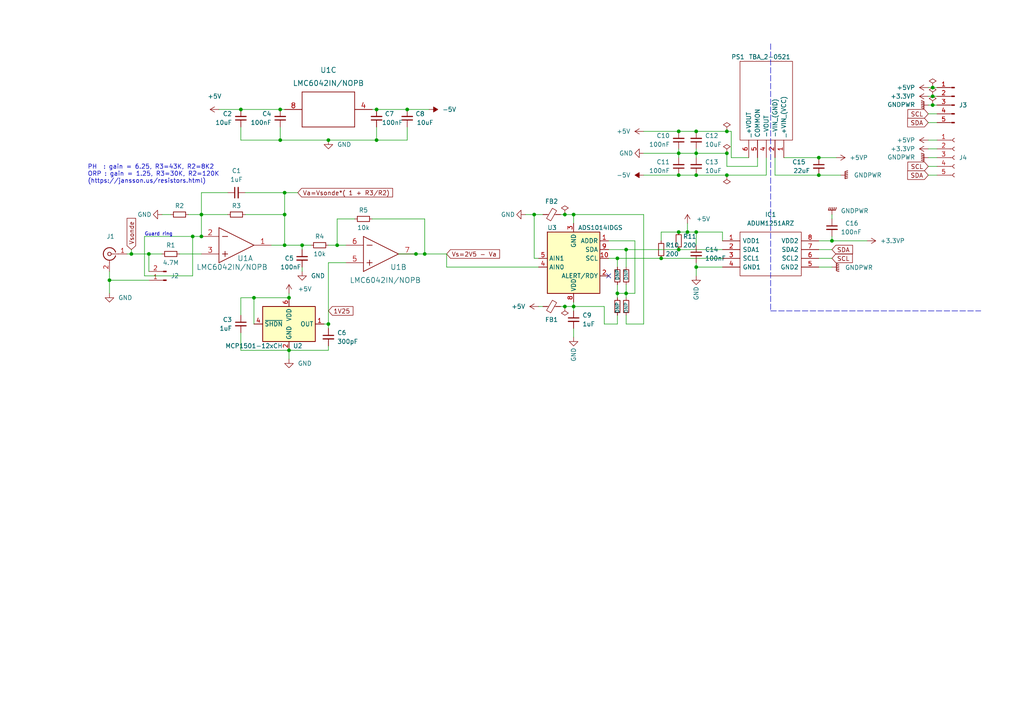
<source format=kicad_sch>
(kicad_sch (version 20211123) (generator eeschema)
  (paper "A4")
  (lib_symbols
    (symbol "Analog_ADC:ADS1014IDGS"
      (property "Reference" "U" (at 2.54 13.97 0))
      (property "Value" "ADS1014IDGS" (at 7.62 11.43 0))
      (symbol "ADS1014IDGS_0_1"
        (rectangle (start -7.62 10.16) (end 7.62 -7.62) (stroke (width 0.254)) (fill (type background)))
      )
      (symbol "ADS1014IDGS_1_1"
        (pin input line (at 10.16 -5.08 180) (length 2.54) (name "ADDR") (number "1"))
        (pin input line (at 10.16 0 180) (length 2.54) (name "SCL") (number "10"))
        (pin output line (at 10.16 5.08 180) (length 2.54) (name "ALERT/RDY") (number "2"))
        (pin power_in line (at 0 -10.16 90) (length 2.54) (name "GND") (number "3"))
        (pin input line (at -10.16 2.54 0) (length 2.54) (name "AIN0") (number "4"))
        (pin input line (at -10.16 0 0) (length 2.54) (name "AIN1") (number "5"))
        (pin no_connect line (at -7.62 7.62 0) (length 2.54) hide (name "~") (number "6"))
        (pin no_connect line (at -7.62 5.08 0) (length 2.54) hide (name "~") (number "7"))
        (pin power_in line (at 0 12.7 270) (length 2.54) (name "VDD") (number "8"))
        (pin bidirectional line (at 10.16 -2.54 180) (length 2.54) (name "SDA") (number "9"))
      )
    )
    (symbol "Connector:Conn_01x02_Male" (pin_names (offset 1.016) hide)
      (property "Reference" "J" (at 0 2.54 0))
      (property "Value" "Conn_01x02_Male" (at 0 -5.08 0))
      (symbol "Conn_01x02_Male_1_1"
        (polyline (pts (xy 1.27 -2.54) (xy 0.8636 -2.54)) (stroke (width 0.1524)))
        (polyline (pts (xy 1.27 0) (xy 0.8636 0)) (stroke (width 0.1524)))
        (rectangle (start 0.8636 -2.413) (end 0 -2.667) (stroke (width 0.1524)) (fill (type outline)))
        (rectangle (start 0.8636 0.127) (end 0 -0.127) (stroke (width 0.1524)) (fill (type outline)))
        (pin passive line (at 5.08 0 180) (length 3.81) (name "Pin_1") (number "1"))
        (pin passive line (at 5.08 -2.54 180) (length 3.81) (name "Pin_2") (number "2"))
      )
    )
    (symbol "Connector:Conn_01x05_Female" (pin_names (offset 1.016) hide)
      (property "Reference" "J" (at 0 7.62 0))
      (property "Value" "Conn_01x05_Female" (at 0 -7.62 0))
      (symbol "Conn_01x05_Female_1_1"
        (arc (start 0 -4.572) (mid -0.508 -5.08) (end 0 -5.588) (stroke (width 0.1524)))
        (arc (start 0 -2.032) (mid -0.508 -2.54) (end 0 -3.048) (stroke (width 0.1524)))
        (polyline (pts (xy -1.27 -5.08) (xy -0.508 -5.08)) (stroke (width 0.1524)))
        (polyline (pts (xy -1.27 -2.54) (xy -0.508 -2.54)) (stroke (width 0.1524)))
        (polyline (pts (xy -1.27 0) (xy -0.508 0)) (stroke (width 0.1524)))
        (polyline (pts (xy -1.27 2.54) (xy -0.508 2.54)) (stroke (width 0.1524)))
        (polyline (pts (xy -1.27 5.08) (xy -0.508 5.08)) (stroke (width 0.1524)))
        (arc (start 0 0.508) (mid -0.508 0) (end 0 -0.508) (stroke (width 0.1524)))
        (arc (start 0 3.048) (mid -0.508 2.54) (end 0 2.032) (stroke (width 0.1524)))
        (arc (start 0 5.588) (mid -0.508 5.08) (end 0 4.572) (stroke (width 0.1524)))
        (pin passive line (at -5.08 5.08 0) (length 3.81) (name "Pin_1") (number "1"))
        (pin passive line (at -5.08 2.54 0) (length 3.81) (name "Pin_2") (number "2"))
        (pin passive line (at -5.08 0 0) (length 3.81) (name "Pin_3") (number "3"))
        (pin passive line (at -5.08 -2.54 0) (length 3.81) (name "Pin_4") (number "4"))
        (pin passive line (at -5.08 -5.08 0) (length 3.81) (name "Pin_5") (number "5"))
      )
    )
    (symbol "Connector:Conn_01x05_Male" (pin_names (offset 1.016) hide)
      (property "Reference" "J" (at 0 7.62 0))
      (property "Value" "Conn_01x05_Male" (at 0 -7.62 0))
      (symbol "Conn_01x05_Male_1_1"
        (polyline (pts (xy 1.27 -5.08) (xy 0.8636 -5.08)) (stroke (width 0.1524)))
        (polyline (pts (xy 1.27 -2.54) (xy 0.8636 -2.54)) (stroke (width 0.1524)))
        (polyline (pts (xy 1.27 0) (xy 0.8636 0)) (stroke (width 0.1524)))
        (polyline (pts (xy 1.27 2.54) (xy 0.8636 2.54)) (stroke (width 0.1524)))
        (polyline (pts (xy 1.27 5.08) (xy 0.8636 5.08)) (stroke (width 0.1524)))
        (rectangle (start 0.8636 -4.953) (end 0 -5.207) (stroke (width 0.1524)) (fill (type outline)))
        (rectangle (start 0.8636 -2.413) (end 0 -2.667) (stroke (width 0.1524)) (fill (type outline)))
        (rectangle (start 0.8636 0.127) (end 0 -0.127) (stroke (width 0.1524)) (fill (type outline)))
        (rectangle (start 0.8636 2.667) (end 0 2.413) (stroke (width 0.1524)) (fill (type outline)))
        (rectangle (start 0.8636 5.207) (end 0 4.953) (stroke (width 0.1524)) (fill (type outline)))
        (pin passive line (at 5.08 5.08 180) (length 3.81) (name "Pin_1") (number "1"))
        (pin passive line (at 5.08 2.54 180) (length 3.81) (name "Pin_2") (number "2"))
        (pin passive line (at 5.08 0 180) (length 3.81) (name "Pin_3") (number "3"))
        (pin passive line (at 5.08 -2.54 180) (length 3.81) (name "Pin_4") (number "4"))
        (pin passive line (at 5.08 -5.08 180) (length 3.81) (name "Pin_5") (number "5"))
      )
    )
    (symbol "Connector:Conn_Coaxial" (pin_names (offset 1.016) hide)
      (property "Reference" "J" (at 0.254 3.048 0))
      (property "Value" "Conn_Coaxial" (at 2.921 0 90))
      (symbol "Conn_Coaxial_0_1"
        (arc (start -1.778 -0.508) (mid 0.222 -1.808) (end 1.778 0) (stroke (width 0.254)))
        (polyline (pts (xy -2.54 0) (xy -0.508 0)))
        (polyline (pts (xy 0 -2.54) (xy 0 -1.778)))
        (circle (center 0 0) (radius 0.508) (stroke (width 0.2032)))
        (arc (start 1.778 0) (mid 0.222 1.8083) (end -1.778 0.508) (stroke (width 0.254)))
      )
      (symbol "Conn_Coaxial_1_1"
        (pin passive line (at -5.08 0 0) (length 2.54) (name "In") (number "1"))
        (pin passive line (at 0 -5.08 90) (length 2.54) (name "Ext") (number "2"))
      )
    )
    (symbol "Device:C_Small" (pin_numbers hide) (pin_names (offset 0.254) hide)
      (property "Reference" "C" (at 0.254 1.778 0))
      (property "Value" "C_Small" (at 0.254 -2.032 0))
      (symbol "C_Small_0_1"
        (polyline (pts (xy -1.524 -0.508) (xy 1.524 -0.508)) (stroke (width 0.3302)))
        (polyline (pts (xy -1.524 0.508) (xy 1.524 0.508)) (stroke (width 0.3048)))
      )
      (symbol "C_Small_1_1"
        (pin passive line (at 0 2.54 270) (length 2.032) (name "~") (number "1"))
        (pin passive line (at 0 -2.54 90) (length 2.032) (name "~") (number "2"))
      )
    )
    (symbol "Device:FerriteBead_Small" (pin_numbers hide) (pin_names (offset 0))
      (property "Reference" "FB" (at 1.905 1.27 0))
      (property "Value" "FerriteBead_Small" (at 1.905 -1.27 0))
      (symbol "FerriteBead_Small_0_1"
        (polyline (pts (xy 0 -1.27) (xy 0 -0.7874)))
        (polyline (pts (xy 0 0.889) (xy 0 1.2954)))
        (polyline (pts (xy -1.8288 0.2794) (xy -1.1176 1.4986) (xy 1.8288 -0.2032) (xy 1.1176 -1.4224) (xy -1.8288 0.2794)))
      )
      (symbol "FerriteBead_Small_1_1"
        (pin passive line (at 0 2.54 270) (length 1.27) (name "~") (number "1"))
        (pin passive line (at 0 -2.54 90) (length 1.27) (name "~") (number "2"))
      )
    )
    (symbol "Device:R_Small" (pin_numbers hide) (pin_names (offset 0.254) hide)
      (property "Reference" "R" (at 0.762 0.508 0))
      (property "Value" "R_Small" (at 0.762 -1.016 0))
      (symbol "R_Small_0_1"
        (rectangle (start -0.762 1.778) (end 0.762 -1.778) (stroke (width 0.2032)))
      )
      (symbol "R_Small_1_1"
        (pin passive line (at 0 2.54 270) (length 0.762) (name "~") (number "1"))
        (pin passive line (at 0 -2.54 90) (length 0.762) (name "~") (number "2"))
      )
    )
    (symbol "LMC6042IN:LMC6042IN{slash}NOPB" (pin_names (offset -0.254) hide)
      (property "Reference" "U" (at 0 2.54 0))
      (property "Value" "LMC6042IN{slash}NOPB" (at 0 0 0))
      (symbol "LMC6042IN{slash}NOPB_1_1"
        (polyline (pts (xy -5.08 -5.08) (xy 5.08 0)) (stroke (width 0.2032)))
        (polyline (pts (xy -5.08 5.08) (xy -5.08 -5.08)) (stroke (width 0.2032)))
        (polyline (pts (xy -5.08 5.08) (xy 5.08 0)) (stroke (width 0.2032)))
        (polyline (pts (xy -4.064 -2.54) (xy -2.54 -2.54)) (stroke (width 0.2032)))
        (polyline (pts (xy -4.064 2.54) (xy -2.54 2.54)) (stroke (width 0.2032)))
        (polyline (pts (xy -3.302 -1.778) (xy -3.302 -3.302)) (stroke (width 0.2032)))
        (pin output line (at 10.16 0 180) (length 5.08) (name "OUT") (number "1"))
        (pin input line (at -10.16 2.54 0) (length 5.08) (name "IN-") (number "2"))
        (pin input line (at -10.16 -2.54 0) (length 5.08) (name "IN+") (number "3"))
      )
      (symbol "LMC6042IN{slash}NOPB_2_1"
        (polyline (pts (xy -5.08 -5.08) (xy 5.08 0)) (stroke (width 0.2032)))
        (polyline (pts (xy -5.08 5.08) (xy -5.08 -5.08)) (stroke (width 0.2032)))
        (polyline (pts (xy -5.08 5.08) (xy 5.08 0)) (stroke (width 0.2032)))
        (polyline (pts (xy -4.064 -2.54) (xy -2.54 -2.54)) (stroke (width 0.2032)))
        (polyline (pts (xy -4.064 2.54) (xy -2.54 2.54)) (stroke (width 0.2032)))
        (polyline (pts (xy -3.302 -1.778) (xy -3.302 -3.302)) (stroke (width 0.2032)))
        (pin input line (at -10.16 -2.54 0) (length 5.08) (name "IN+") (number "5"))
        (pin input line (at -10.16 2.54 0) (length 5.08) (name "IN-") (number "6"))
        (pin output line (at 10.16 0 180) (length 5.08) (name "OUT") (number "7"))
      )
      (symbol "LMC6042IN{slash}NOPB_3_1"
        (polyline (pts (xy -7.62 -5.08) (xy 7.62 -5.08)) (stroke (width 0.2032)))
        (polyline (pts (xy -7.62 5.08) (xy -7.62 -5.08)) (stroke (width 0.2032)))
        (polyline (pts (xy 7.62 -5.08) (xy 7.62 5.08)) (stroke (width 0.2032)))
        (polyline (pts (xy 7.62 5.08) (xy -7.62 5.08)) (stroke (width 0.2032)))
        (pin power_in line (at 12.7 0 180) (length 5.08) (name "V-") (number "4"))
        (pin power_in line (at -12.7 0 0) (length 5.08) (name "V+") (number "8"))
      )
    )
    (symbol "Reference_Voltage:MCP1501-12xCH"
      (property "Reference" "U" (at -6.35 6.35 0))
      (property "Value" "MCP1501-12xCH" (at 10.16 6.35 0))
      (symbol "MCP1501-12xCH_0_0"
        (pin power_out line (at 10.16 0 180) (length 2.54) (name "OUT") (number "1"))
        (pin power_in line (at 0 -7.62 90) (length 2.54) (name "GND") (number "2"))
        (pin passive line (at 0 -7.62 90) (length 2.54) hide (name "GND") (number "3"))
        (pin input line (at -10.16 0 0) (length 2.54) (name "~{SHDN}") (number "4"))
        (pin passive line (at 0 -7.62 90) (length 2.54) hide (name "GND") (number "5"))
        (pin power_in line (at 0 7.62 270) (length 2.54) (name "VDD") (number "6"))
      )
      (symbol "MCP1501-12xCH_0_1"
        (rectangle (start -7.62 5.08) (end 7.62 -5.08) (stroke (width 0.254)) (fill (type background)))
      )
    )
    (symbol "SamacSys_Parts:ADUM1251ARZ" (pin_names (offset 0.762))
      (property "Reference" "IC" (at 24.13 7.62 0))
      (property "Value" "ADUM1251ARZ" (at 24.13 5.08 0))
      (symbol "ADUM1251ARZ_0_0"
        (pin passive line (at 0 0 0) (length 5.08) (name "VDD1") (number "1"))
        (pin passive line (at 0 -2.54 0) (length 5.08) (name "SDA1") (number "2"))
        (pin passive line (at 0 -5.08 0) (length 5.08) (name "SCL1") (number "3"))
        (pin passive line (at 0 -7.62 0) (length 5.08) (name "GND1") (number "4"))
        (pin passive line (at 27.94 -7.62 180) (length 5.08) (name "GND2") (number "5"))
        (pin passive line (at 27.94 -5.08 180) (length 5.08) (name "SCL2") (number "6"))
        (pin passive line (at 27.94 -2.54 180) (length 5.08) (name "SDA2") (number "7"))
        (pin passive line (at 27.94 0 180) (length 5.08) (name "VDD2") (number "8"))
      )
      (symbol "ADUM1251ARZ_0_1"
        (polyline (pts (xy 5.08 2.54) (xy 22.86 2.54) (xy 22.86 -10.16) (xy 5.08 -10.16) (xy 5.08 2.54)) (stroke (width 0.1524)))
      )
    )
    (symbol "SamacSys_Parts:TBA_2-0521" (pin_names (offset 0.762))
      (property "Reference" "PS" (at 29.21 7.62 0))
      (property "Value" "TBA_2-0521" (at 29.21 5.08 0))
      (symbol "TBA_2-0521_0_0"
        (pin passive line (at 0 0 0) (length 5.08) (name "_+VIN_(VCC)") (number "1"))
        (pin passive line (at 0 -2.54 0) (length 5.08) (name "-VIN_(GND)") (number "2"))
        (pin passive line (at 0 -5.08 0) (length 5.08) (name "-VOUT") (number "4"))
        (pin passive line (at 0 -7.62 0) (length 5.08) (name "COMMON") (number "5"))
        (pin passive line (at 0 -10.16 0) (length 5.08) (name "_+VOUT") (number "6"))
      )
      (symbol "TBA_2-0521_0_1"
        (polyline (pts (xy 5.08 2.54) (xy 27.94 2.54) (xy 27.94 -12.7) (xy 5.08 -12.7) (xy 5.08 2.54)) (stroke (width 0.1524)))
      )
    )
    (symbol "power:+3.3VP" (power) (pin_names (offset 0))
      (property "Value" "+3.3VP" (at 0 2.54 0))
      (symbol "+3.3VP_0_0"
        (pin power_in line (at 0 0 90) (length 0) hide (name "+3.3VP") (number "1"))
      )
      (symbol "+3.3VP_0_1"
        (polyline (pts (xy -0.762 1.27) (xy 0 2.54)))
        (polyline (pts (xy 0 0) (xy 0 2.54)))
        (polyline (pts (xy 0 2.54) (xy 0.762 1.27)))
      )
    )
    (symbol "power:+5V" (power) (pin_names (offset 0))
      (property "Value" "+5V" (at 0 3.556 0))
      (symbol "+5V_0_1"
        (polyline (pts (xy -0.762 1.27) (xy 0 2.54)))
        (polyline (pts (xy 0 0) (xy 0 2.54)))
        (polyline (pts (xy 0 2.54) (xy 0.762 1.27)))
      )
      (symbol "+5V_1_1"
        (pin power_in line (at 0 0 90) (length 0) hide (name "+5V") (number "1"))
      )
    )
    (symbol "power:+5VP" (power) (pin_names (offset 0))
      (property "Value" "+5VP" (at 0 3.556 0))
      (symbol "+5VP_0_1"
        (polyline (pts (xy -0.762 1.27) (xy 0 2.54)))
        (polyline (pts (xy 0 0) (xy 0 2.54)))
        (polyline (pts (xy 0 2.54) (xy 0.762 1.27)))
      )
      (symbol "+5VP_1_1"
        (pin power_in line (at 0 0 90) (length 0) hide (name "+5VP") (number "1"))
      )
    )
    (symbol "power:-5V" (power) (pin_names (offset 0))
      (property "Value" "-5V" (at 0 3.81 0))
      (symbol "-5V_0_0"
        (pin power_in line (at 0 0 90) (length 0) hide (name "-5V") (number "1"))
      )
      (symbol "-5V_0_1"
        (polyline (pts (xy 0 0) (xy 0 1.27) (xy 0.762 1.27) (xy 0 2.54) (xy -0.762 1.27) (xy 0 1.27)) (fill (type outline)))
      )
    )
    (symbol "power:GND" (power) (pin_names (offset 0))
      (property "Value" "GND" (at 0 -3.81 0))
      (symbol "GND_0_1"
        (polyline (pts (xy 0 0) (xy 0 -1.27) (xy 1.27 -1.27) (xy 0 -2.54) (xy -1.27 -1.27) (xy 0 -1.27)))
      )
      (symbol "GND_1_1"
        (pin power_in line (at 0 0 270) (length 0) hide (name "GND") (number "1"))
      )
    )
    (symbol "power:GNDPWR" (power) (pin_names (offset 0))
      (property "Value" "GNDPWR" (at 0 -3.302 0))
      (symbol "GNDPWR_0_1"
        (polyline (pts (xy 0 -1.27) (xy 0 0)))
        (polyline (pts (xy -1.016 -1.27) (xy -1.27 -2.032) (xy -1.27 -2.032)) (stroke (width 0.2032)))
        (polyline (pts (xy -0.508 -1.27) (xy -0.762 -2.032) (xy -0.762 -2.032)) (stroke (width 0.2032)))
        (polyline (pts (xy 0 -1.27) (xy -0.254 -2.032) (xy -0.254 -2.032)) (stroke (width 0.2032)))
        (polyline (pts (xy 0.508 -1.27) (xy 0.254 -2.032) (xy 0.254 -2.032)) (stroke (width 0.2032)))
        (polyline (pts (xy 1.016 -1.27) (xy -1.016 -1.27) (xy -1.016 -1.27)) (stroke (width 0.2032)))
        (polyline (pts (xy 1.016 -1.27) (xy 0.762 -2.032) (xy 0.762 -2.032) (xy 0.762 -2.032)) (stroke (width 0.2032)))
      )
      (symbol "GNDPWR_1_1"
        (pin power_in line (at 0 0 270) (length 0) hide (name "GNDPWR") (number "1"))
      )
    )
    (symbol "power:PWR_FLAG" (power) (pin_numbers hide) (pin_names (offset 0) hide)
      (property "Value" "PWR_FLAG" (at 0 3.81 0))
      (symbol "PWR_FLAG_0_0"
        (pin power_out line (at 0 0 90) (length 0) (name "pwr") (number "1"))
      )
      (symbol "PWR_FLAG_0_1"
        (polyline (pts (xy 0 0) (xy 0 1.27) (xy -1.016 1.905) (xy 0 2.54) (xy 1.016 1.905) (xy 0 1.27)))
      )
    )
  )
  (junction (at 210.82 44.45))
  (junction (at 154.94 62.23))
  (junction (at 241.3 69.85))
  (junction (at 196.85 50.8))
  (junction (at 82.55 62.23))
  (junction (at 201.93 50.8))
  (junction (at 31.75 81.28))
  (junction (at 82.55 55.88))
  (junction (at 123.19 73.66))
  (junction (at 179.07 85.09))
  (junction (at 201.93 44.45))
  (junction (at 95.25 40.64))
  (junction (at 73.66 86.36))
  (junction (at 179.07 74.93))
  (junction (at 201.93 77.47))
  (junction (at 166.37 88.9))
  (junction (at 201.93 67.31))
  (junction (at 43.18 73.66))
  (junction (at 201.93 38.1))
  (junction (at 191.77 74.93))
  (junction (at 109.22 40.64))
  (junction (at 69.85 31.75))
  (junction (at 109.22 31.75))
  (junction (at 163.83 62.23))
  (junction (at 196.85 72.39))
  (junction (at 270.51 30.48))
  (junction (at 97.79 71.12))
  (junction (at 82.55 71.12))
  (junction (at 83.82 86.36))
  (junction (at 210.82 50.8))
  (junction (at 38.1 73.66))
  (junction (at 83.82 101.6))
  (junction (at 87.63 71.12))
  (junction (at 181.61 85.09))
  (junction (at 58.42 62.23))
  (junction (at 163.83 88.9))
  (junction (at 196.85 44.45))
  (junction (at 55.88 68.58))
  (junction (at 196.85 38.1))
  (junction (at 166.37 62.23))
  (junction (at 210.82 38.1))
  (junction (at 196.85 67.31))
  (junction (at 199.39 67.31))
  (junction (at 118.11 31.75))
  (junction (at 181.61 72.39))
  (junction (at 81.28 40.64))
  (junction (at 95.25 93.98))
  (junction (at 81.28 31.75))
  (junction (at 58.42 68.58))
  (junction (at 237.49 45.72))
  (junction (at 120.65 73.66))
  (junction (at 270.51 25.4))
  (junction (at 270.51 27.94))
  (junction (at 237.49 50.8))
  (no_connect (at 176.53 80.01))
  (wire (pts (xy 38.1 72.39) (xy 38.1 73.66)))
  (wire (pts (xy 270.51 27.94) (xy 271.78 27.94)))
  (wire (pts (xy 196.85 44.45) (xy 196.85 43.18)))
  (wire (pts (xy 38.1 73.66) (xy 43.18 73.66)))
  (wire (pts (xy 269.24 33.02) (xy 271.78 33.02)))
  (wire (pts (xy 41.91 80.01) (xy 55.88 80.01)))
  (wire (pts (xy 269.24 43.18) (xy 271.78 43.18)))
  (wire (pts (xy 156.21 74.93) (xy 154.94 74.93)))
  (wire (pts (xy 107.95 31.75) (xy 109.22 31.75)))
  (wire (pts (xy 212.09 45.72) (xy 217.17 45.72)))
  (wire (pts (xy 176.53 74.93) (xy 179.07 74.93)))
  (wire (pts (xy 237.49 72.39) (xy 241.3 72.39)))
  (wire (pts (xy 241.3 69.85) (xy 251.46 69.85)))
  (wire (pts (xy 181.61 85.09) (xy 181.61 86.36)))
  (wire (pts (xy 102.87 63.5) (xy 97.79 63.5)))
  (wire (pts (xy 58.42 62.23) (xy 66.04 62.23)))
  (wire (pts (xy 73.66 86.36) (xy 73.66 93.98)))
  (wire (pts (xy 199.39 64.77) (xy 199.39 67.31)))
  (wire (pts (xy 269.24 40.64) (xy 271.78 40.64)))
  (wire (pts (xy 227.33 45.72) (xy 237.49 45.72)))
  (wire (pts (xy 199.39 67.31) (xy 201.93 67.31)))
  (wire (pts (xy 58.42 68.58) (xy 55.88 68.58)))
  (wire (pts (xy 179.07 85.09) (xy 181.61 85.09)))
  (wire (pts (xy 154.94 62.23) (xy 157.48 62.23)))
  (wire (pts (xy 210.82 50.8) (xy 222.25 50.8)))
  (wire (pts (xy 81.28 31.75) (xy 82.55 31.75)))
  (wire (pts (xy 69.85 31.75) (xy 81.28 31.75)))
  (wire (pts (xy 66.04 55.88) (xy 58.42 55.88)))
  (wire (pts (xy 181.61 72.39) (xy 196.85 72.39)))
  (wire (pts (xy 95.25 71.12) (xy 97.79 71.12)))
  (wire (pts (xy 181.61 72.39) (xy 181.61 77.47)))
  (wire (pts (xy 31.75 81.28) (xy 43.18 81.28)))
  (wire (pts (xy 109.22 40.64) (xy 95.25 40.64)))
  (wire (pts (xy 95.25 100.33) (xy 95.25 101.6)))
  (wire (pts (xy 179.07 74.93) (xy 179.07 77.47)))
  (wire (pts (xy 55.88 68.58) (xy 41.91 68.58)))
  (wire (pts (xy 179.07 93.98) (xy 175.26 93.98)))
  (wire (pts (xy 82.55 71.12) (xy 87.63 71.12)))
  (wire (pts (xy 201.93 38.1) (xy 210.82 38.1)))
  (wire (pts (xy 83.82 85.09) (xy 83.82 86.36)))
  (wire (pts (xy 186.69 93.98) (xy 186.69 62.23)))
  (wire (pts (xy 196.85 44.45) (xy 196.85 45.72)))
  (wire (pts (xy 237.49 50.8) (xy 243.84 50.8)))
  (wire (pts (xy 43.18 73.66) (xy 46.99 73.66)))
  (wire (pts (xy 154.94 62.23) (xy 154.94 74.93)))
  (wire (pts (xy 269.24 30.48) (xy 270.51 30.48)))
  (wire (pts (xy 184.15 85.09) (xy 184.15 69.85)))
  (wire (pts (xy 63.5 31.75) (xy 69.85 31.75)))
  (wire (pts (xy 43.18 73.66) (xy 43.18 78.74)))
  (wire (pts (xy 201.93 80.01) (xy 201.93 77.47)))
  (wire (pts (xy 55.88 68.58) (xy 55.88 80.01)))
  (wire (pts (xy 201.93 77.47) (xy 209.55 77.47)))
  (wire (pts (xy 83.82 101.6) (xy 95.25 101.6)))
  (wire (pts (xy 166.37 62.23) (xy 166.37 64.77)))
  (wire (pts (xy 97.79 63.5) (xy 97.79 71.12)))
  (wire (pts (xy 201.93 67.31) (xy 209.55 67.31)))
  (wire (pts (xy 87.63 77.47) (xy 87.63 78.74)))
  (wire (pts (xy 156.21 88.9) (xy 157.48 88.9)))
  (wire (pts (xy 123.19 63.5) (xy 107.95 63.5)))
  (wire (pts (xy 175.26 93.98) (xy 175.26 88.9)))
  (wire (pts (xy 201.93 76.2) (xy 201.93 77.47)))
  (wire (pts (xy 82.55 62.23) (xy 82.55 71.12)))
  (wire (pts (xy 269.24 50.8) (xy 271.78 50.8)))
  (wire (pts (xy 166.37 88.9) (xy 166.37 90.17)))
  (wire (pts (xy 83.82 101.6) (xy 83.82 104.14)))
  (wire (pts (xy 162.56 62.23) (xy 163.83 62.23)))
  (wire (pts (xy 176.53 72.39) (xy 181.61 72.39)))
  (wire (pts (xy 69.85 86.36) (xy 73.66 86.36)))
  (wire (pts (xy 69.85 91.44) (xy 69.85 86.36)))
  (wire (pts (xy 237.49 69.85) (xy 241.3 69.85)))
  (wire (pts (xy 31.75 81.28) (xy 31.75 85.09)))
  (wire (pts (xy 71.12 62.23) (xy 82.55 62.23)))
  (wire (pts (xy 270.51 25.4) (xy 271.78 25.4)))
  (wire (pts (xy 69.85 36.83) (xy 69.85 40.64)))
  (wire (pts (xy 196.85 72.39) (xy 209.55 72.39)))
  (wire (pts (xy 196.85 67.31) (xy 199.39 67.31)))
  (wire (pts (xy 237.49 50.8) (xy 224.79 50.8)))
  (wire (pts (xy 129.54 73.66) (xy 123.19 73.66)))
  (wire (pts (xy 201.93 67.31) (xy 201.93 71.12)))
  (wire (pts (xy 152.4 62.23) (xy 154.94 62.23)))
  (wire (pts (xy 166.37 95.25) (xy 166.37 97.79)))
  (wire (pts (xy 209.55 67.31) (xy 209.55 69.85)))
  (wire (pts (xy 201.93 43.18) (xy 201.93 44.45)))
  (wire (pts (xy 58.42 68.58) (xy 58.42 62.23)))
  (wire (pts (xy 186.69 62.23) (xy 166.37 62.23)))
  (wire (pts (xy 58.42 55.88) (xy 58.42 62.23)))
  (wire (pts (xy 31.75 78.74) (xy 31.75 81.28)))
  (wire (pts (xy 82.55 55.88) (xy 82.55 62.23)))
  (wire (pts (xy 58.42 62.23) (xy 54.61 62.23)))
  (wire (pts (xy 163.83 88.9) (xy 166.37 88.9)))
  (polyline (pts (xy 223.52 90.17) (xy 284.48 90.17)))
  (wire (pts (xy 162.56 88.9) (xy 163.83 88.9)))
  (wire (pts (xy 181.61 93.98) (xy 186.69 93.98)))
  (wire (pts (xy 123.19 73.66) (xy 123.19 63.5)))
  (wire (pts (xy 224.79 50.8) (xy 224.79 45.72)))
  (wire (pts (xy 181.61 85.09) (xy 184.15 85.09)))
  (wire (pts (xy 71.12 55.88) (xy 82.55 55.88)))
  (wire (pts (xy 97.79 71.12) (xy 100.33 71.12)))
  (wire (pts (xy 120.65 73.66) (xy 123.19 73.66)))
  (wire (pts (xy 241.3 68.58) (xy 241.3 69.85)))
  (wire (pts (xy 118.11 36.83) (xy 118.11 40.64)))
  (wire (pts (xy 69.85 40.64) (xy 81.28 40.64)))
  (wire (pts (xy 129.54 77.47) (xy 156.21 77.47)))
  (wire (pts (xy 81.28 40.64) (xy 81.28 36.83)))
  (wire (pts (xy 82.55 55.88) (xy 86.36 55.88)))
  (wire (pts (xy 87.63 72.39) (xy 87.63 71.12)))
  (wire (pts (xy 201.93 44.45) (xy 196.85 44.45)))
  (wire (pts (xy 186.69 50.8) (xy 196.85 50.8)))
  (wire (pts (xy 201.93 50.8) (xy 210.82 50.8)))
  (wire (pts (xy 201.93 44.45) (xy 201.93 45.72)))
  (wire (pts (xy 129.54 77.47) (xy 129.54 73.66)))
  (wire (pts (xy 120.65 73.66) (xy 115.57 73.66)))
  (wire (pts (xy 181.61 85.09) (xy 181.61 82.55)))
  (wire (pts (xy 118.11 31.75) (xy 124.46 31.75)))
  (wire (pts (xy 269.24 27.94) (xy 270.51 27.94)))
  (wire (pts (xy 69.85 101.6) (xy 83.82 101.6)))
  (wire (pts (xy 175.26 88.9) (xy 166.37 88.9)))
  (wire (pts (xy 184.15 69.85) (xy 176.53 69.85)))
  (wire (pts (xy 222.25 50.8) (xy 222.25 45.72)))
  (wire (pts (xy 270.51 30.48) (xy 271.78 30.48)))
  (wire (pts (xy 269.24 35.56) (xy 271.78 35.56)))
  (wire (pts (xy 181.61 91.44) (xy 181.61 93.98)))
  (wire (pts (xy 237.49 77.47) (xy 241.3 77.47)))
  (polyline (pts (xy 223.52 12.7) (xy 223.52 90.17)))
  (wire (pts (xy 118.11 40.64) (xy 109.22 40.64)))
  (wire (pts (xy 82.55 71.12) (xy 78.74 71.12)))
  (wire (pts (xy 179.07 74.93) (xy 191.77 74.93)))
  (wire (pts (xy 237.49 45.72) (xy 242.57 45.72)))
  (wire (pts (xy 52.07 73.66) (xy 58.42 73.66)))
  (wire (pts (xy 210.82 48.26) (xy 210.82 44.45)))
  (wire (pts (xy 87.63 71.12) (xy 90.17 71.12)))
  (wire (pts (xy 212.09 38.1) (xy 212.09 45.72)))
  (wire (pts (xy 73.66 86.36) (xy 83.82 86.36)))
  (wire (pts (xy 95.25 76.2) (xy 100.33 76.2)))
  (wire (pts (xy 41.91 68.58) (xy 41.91 80.01)))
  (wire (pts (xy 186.69 38.1) (xy 196.85 38.1)))
  (wire (pts (xy 109.22 31.75) (xy 118.11 31.75)))
  (wire (pts (xy 196.85 50.8) (xy 201.93 50.8)))
  (wire (pts (xy 219.71 48.26) (xy 210.82 48.26)))
  (wire (pts (xy 196.85 38.1) (xy 201.93 38.1)))
  (wire (pts (xy 219.71 45.72) (xy 219.71 48.26)))
  (wire (pts (xy 95.25 40.64) (xy 81.28 40.64)))
  (wire (pts (xy 109.22 36.83) (xy 109.22 40.64)))
  (wire (pts (xy 191.77 74.93) (xy 209.55 74.93)))
  (wire (pts (xy 163.83 62.23) (xy 166.37 62.23)))
  (wire (pts (xy 237.49 74.93) (xy 241.3 74.93)))
  (wire (pts (xy 269.24 48.26) (xy 271.78 48.26)))
  (wire (pts (xy 269.24 45.72) (xy 271.78 45.72)))
  (wire (pts (xy 95.25 93.98) (xy 95.25 76.2)))
  (wire (pts (xy 191.77 69.85) (xy 191.77 67.31)))
  (wire (pts (xy 186.69 44.45) (xy 196.85 44.45)))
  (wire (pts (xy 166.37 87.63) (xy 166.37 88.9)))
  (wire (pts (xy 179.07 86.36) (xy 179.07 85.09)))
  (wire (pts (xy 95.25 95.25) (xy 95.25 93.98)))
  (wire (pts (xy 46.99 62.23) (xy 49.53 62.23)))
  (wire (pts (xy 179.07 91.44) (xy 179.07 93.98)))
  (wire (pts (xy 210.82 38.1) (xy 212.09 38.1)))
  (wire (pts (xy 93.98 93.98) (xy 95.25 93.98)))
  (wire (pts (xy 201.93 44.45) (xy 210.82 44.45)))
  (wire (pts (xy 269.24 25.4) (xy 270.51 25.4)))
  (wire (pts (xy 241.3 62.23) (xy 241.3 63.5)))
  (wire (pts (xy 69.85 96.52) (xy 69.85 101.6)))
  (wire (pts (xy 191.77 67.31) (xy 196.85 67.31)))
  (wire (pts (xy 179.07 82.55) (xy 179.07 85.09)))
  (wire (pts (xy 36.83 73.66) (xy 38.1 73.66)))
  (text "PH  : gain = 6.25, R3=43K, R2=8K2\nORP : gain = 1.25, R3=30K, R2=120K\n(https://jansson.us/resistors.html)" (at 25.4 53.34 0) (effects (font (size 1.27 1.27)) (justify left bottom)))
  (text "Guard ring" (at 41.91 68.58 0) (effects (font (size 1 1)) (justify left bottom)))
  (global_label "1V25" (shape input) (at 95.25 90.17 0) (property "Intersheet References" "${INTERSHEET_REFS}" (effects hide)))
  (global_label "SDA" (shape input) (at 269.24 35.56 180) (property "Intersheet References" "${INTERSHEET_REFS}" (effects hide)))
  (global_label "Vs=2V5 - Va" (shape input) (at 129.54 73.66 0) (property "Intersheet References" "${INTERSHEET_REFS}" (effects hide)))
  (global_label "SDA" (shape input) (at 269.24 50.8 180) (property "Intersheet References" "${INTERSHEET_REFS}" (effects hide)))
  (global_label "Va=Vsonde*( 1 + R3{slash}R2)" (shape input) (at 86.36 55.88 0) (property "Intersheet References" "${INTERSHEET_REFS}" (effects hide)))
  (global_label "SCL" (shape input) (at 269.24 48.26 180) (property "Intersheet References" "${INTERSHEET_REFS}" (effects hide)))
  (global_label "SCL" (shape input) (at 269.24 33.02 180) (property "Intersheet References" "${INTERSHEET_REFS}" (effects hide)))
  (global_label "SCL" (shape input) (at 241.3 74.93 0) (property "Intersheet References" "${INTERSHEET_REFS}" (effects hide)))
  (global_label "SDA" (shape input) (at 241.3 72.39 0) (property "Intersheet References" "${INTERSHEET_REFS}" (effects hide)))
  (global_label "Vsonde" (shape input) (at 38.1 72.39 90) (property "Intersheet References" "${INTERSHEET_REFS}" (effects hide)))
  (symbol (lib_id "Device:R_Small") (at 105.41 63.5 90) (unit 1)
    (property "Reference" "R5" (at 105.41 60.96 90))
    (property "Value" "10k" (at 105.41 66.04 90))
  )
  (symbol (lib_id "Analog_ADC:ADS1014IDGS") (at 166.37 74.93 0) (mirror x) (unit 1)
    (property "Reference" "U3" (at 158.75 66.04 0) (effects (justify left)))
    (property "Value" "ADS1014IDGS" (at 167.64 66.04 0) (effects (justify left)))
    (property "Footprint" "Package_SO:TSSOP-10_3x3mm_P0.5mm" (effects hide))
    (property "Datasheet" "http://www.ti.com/lit/ds/symlink/ads1015.pdf" (effects hide))
  )
  (symbol (lib_id "power:GNDPWR") (at 269.24 30.48 270) (unit 1)
    (property "Reference" "#PWR024" (effects hide))
    (property "Value" "GNDPWR" (at 265.43 30.3529 90) (effects (justify right)))
  )
  (symbol (lib_id "Device:C_Small") (at 69.85 93.98 0) (unit 1)
    (property "Reference" "C3" (at 67.31 92.7162 0) (effects (justify right)))
    (property "Value" "1uF" (at 67.31 95.2562 0) (effects (justify right)))
  )
  (symbol (lib_id "power:GNDPWR") (at 269.24 45.72 270) (unit 1)
    (property "Reference" "#PWR027" (effects hide))
    (property "Value" "GNDPWR" (at 265.43 45.5929 90) (effects (justify right)))
  )
  (symbol (lib_id "power:-5V") (at 124.46 31.75 270) (unit 1)
    (property "Reference" "#PWR08" (effects hide))
    (property "Value" "-5V" (at 128.27 31.7499 90) (effects (justify left)))
  )
  (symbol (lib_id "Device:C_Small") (at 196.85 40.64 0) (mirror x) (unit 1)
    (property "Reference" "C10" (at 194.31 39.3635 0) (effects (justify right)))
    (property "Value" "100nF" (at 194.31 41.9035 0) (effects (justify right)))
  )
  (symbol (lib_id "Device:C_Small") (at 196.85 48.26 0) (mirror x) (unit 1)
    (property "Reference" "C11" (at 194.31 46.9835 0) (effects (justify right)))
    (property "Value" "100nF" (at 194.31 49.5235 0) (effects (justify right)))
  )
  (symbol (lib_id "Device:R_Small") (at 196.85 69.85 0) (unit 1)
    (property "Reference" "R11" (at 198.12 68.58 0) (effects (justify left)))
    (property "Value" "200" (at 198.12 71.12 0) (effects (justify left)))
  )
  (symbol (lib_id "Device:R_Small") (at 181.61 88.9 180) (unit 1)
    (property "Reference" "R9" (effects hide))
    (property "Value" "DNP" (at 181.61 87.63 90) (effects (font (size 1 1)) (justify left)))
  )
  (symbol (lib_id "power:PWR_FLAG") (at 163.83 62.23 0) (unit 1)
    (property "Reference" "#FLG0105" (effects hide))
    (property "Value" "PWR_FLAG" (effects hide))
  )
  (symbol (lib_id "Device:R_Small") (at 179.07 80.01 0) (unit 1)
    (property "Reference" "R6" (effects hide))
    (property "Value" "DNP" (at 179.07 81.28 90) (effects (font (size 1 1)) (justify left)))
  )
  (symbol (lib_id "Device:C_Small") (at 87.63 74.93 0) (unit 1)
    (property "Reference" "C5" (at 82.55 74.93 0) (effects (justify left)))
    (property "Value" "100nF" (at 81.28 77.47 0) (effects (justify left)))
  )
  (symbol (lib_id "Device:C_Small") (at 241.3 66.04 0) (unit 1)
    (property "Reference" "C16" (at 245.11 64.77 0) (effects (justify left)))
    (property "Value" "100nF" (at 243.84 67.31 0) (effects (justify left)))
  )
  (symbol (lib_id "power:GND") (at 186.69 44.45 270) (unit 1)
    (property "Reference" "#PWR013" (effects hide))
    (property "Value" "GND" (at 181.61 44.45 90))
  )
  (symbol (lib_id "Device:C_Small") (at 118.11 34.29 0) (mirror x) (unit 1)
    (property "Reference" "C8" (at 123.19 33.02 0) (effects (justify right)))
    (property "Value" "10uF" (at 125.73 35.56 0) (effects (justify right)))
  )
  (symbol (lib_id "power:GND") (at 166.37 97.79 0) (unit 1)
    (property "Reference" "#PWR011" (effects hide))
    (property "Value" "GND" (at 166.37 102.87 90))
  )
  (symbol (lib_id "power:GNDPWR") (at 241.3 77.47 90) (unit 1)
    (property "Reference" "#PWR018" (effects hide))
    (property "Value" "GNDPWR" (at 245.11 77.5969 90) (effects (justify right)))
  )
  (symbol (lib_id "Connector:Conn_01x05_Female") (at 276.86 45.72 0) (unit 1)
    (property "Reference" "J4" (at 278.13 45.7199 0) (effects (justify left)))
    (property "Value" "Conn_01x05_Female" (effects hide))
  )
  (symbol (lib_id "SamacSys_Parts:TBA_2-0521") (at 227.33 45.72 270) (mirror x) (unit 1)
    (property "Reference" "PS1" (at 212.09 16.51 90) (effects (justify left)))
    (property "Value" "TBA_2-0521" (at 217.17 16.51 90) (effects (justify left)))
    (property "Footprint" "TBA20521" (effects hide))
    (property "Datasheet" "https://tracopower.com/tba2-datasheet/" (effects hide))
    (property "Description" "2 Watt DC/DC converter, industrial, +/-10% input, short circuit protection, unregulated, encapsulated, SIP-7" (effects hide))
    (property "Height" "10.55" (effects hide))
    (property "Mouser Part Number" "495-TBA2-0521" (effects hide))
    (property "Mouser Price/Stock" "https://www.mouser.co.uk/ProductDetail/TRACO-Power/TBA-2-0521?qs=byeeYqUIh0Njv7FqgI6Czg%3D%3D" (effects hide))
    (property "Manufacturer_Name" "Traco Power" (effects hide))
    (property "Manufacturer_Part_Number" "TBA 2-0521" (effects hide))
  )
  (symbol (lib_id "power:+5V") (at 186.69 38.1 90) (unit 1)
    (property "Reference" "#PWR012" (effects hide))
    (property "Value" "+5V" (at 182.88 38.0999 90) (effects (justify left)))
  )
  (symbol (lib_id "Device:R_Small") (at 179.07 88.9 180) (unit 1)
    (property "Reference" "R7" (effects hide))
    (property "Value" "DNP" (at 179.07 87.63 90) (effects (font (size 1 1)) (justify left)))
  )
  (symbol (lib_id "power:GND") (at 46.99 62.23 270) (unit 1)
    (property "Reference" "#PWR02" (effects hide))
    (property "Value" "GND" (at 41.91 62.23 90))
  )
  (symbol (lib_id "power:GNDPWR") (at 241.3 62.23 180) (unit 1)
    (property "Reference" "#PWR017" (effects hide))
    (property "Value" "GNDPWR" (at 243.84 61.1631 0) (effects (justify right)))
  )
  (symbol (lib_id "LMC6042IN:LMC6042IN{slash}NOPB") (at 110.49 73.66 0) (unit 2)
    (property "Reference" "U1" (at 115.57 77.47 0) (effects (font (size 1.524 1.524))))
    (property "Value" "LMC6042IN/NOPB" (at 111.76 81.28 0) (effects (font (size 1.524 1.524))))
    (property "Footprint" "P0008A" (effects hide))
    (property "Datasheet" "https://www.ti.com/lit/ds/symlink/lmc6042.pdf?ts=1645737664833&ref_url=https%253A%252F%252Fwww.ti.com%252Fproduct%252FLMC6042" (effects hide))
  )
  (symbol (lib_id "power:+5VP") (at 269.24 40.64 90) (unit 1)
    (property "Reference" "#PWR025" (effects hide))
    (property "Value" "+5VP" (at 265.43 40.6399 90) (effects (justify left)))
  )
  (symbol (lib_id "power:+3.3VP") (at 251.46 69.85 270) (unit 1)
    (property "Reference" "#PWR021" (effects hide))
    (property "Value" "+3.3VP" (at 255.27 69.8499 90) (effects (justify left)))
  )
  (symbol (lib_id "Connector:Conn_01x05_Male") (at 276.86 30.48 0) (mirror y) (unit 1)
    (property "Reference" "J3" (at 278.13 30.4799 0) (effects (justify right)))
    (property "Value" "Conn_01x05_Male" (effects hide))
  )
  (symbol (lib_id "power:PWR_FLAG") (at 210.82 44.45 0) (unit 1)
    (property "Reference" "#FLG0108" (effects hide))
    (property "Value" "PWR_FLAG" (effects hide))
  )
  (symbol (lib_id "Device:C_Small") (at 201.93 40.64 0) (mirror x) (unit 1)
    (property "Reference" "C12" (at 204.47 39.37 0) (effects (justify left)))
    (property "Value" "10uF" (at 204.47 41.91 0) (effects (justify left)))
  )
  (symbol (lib_id "Device:C_Small") (at 201.93 73.66 0) (unit 1)
    (property "Reference" "C14" (at 204.47 72.3962 0) (effects (justify left)))
    (property "Value" "100nF" (at 204.47 74.9362 0) (effects (justify left)))
  )
  (symbol (lib_id "power:PWR_FLAG") (at 210.82 38.1 0) (unit 1)
    (property "Reference" "#FLG0103" (effects hide))
    (property "Value" "PWR_FLAG" (effects hide))
  )
  (symbol (lib_id "power:PWR_FLAG") (at 163.83 88.9 180) (unit 1)
    (property "Reference" "#FLG0106" (effects hide))
    (property "Value" "PWR_FLAG" (effects hide))
  )
  (symbol (lib_id "Device:R_Small") (at 52.07 62.23 90) (unit 1)
    (property "Reference" "R2" (at 52.07 59.69 90))
    (property "Value" "8K2" (effects hide))
  )
  (symbol (lib_id "Device:C_Small") (at 95.25 97.79 0) (unit 1)
    (property "Reference" "C6" (at 97.79 96.5262 0) (effects (justify left)))
    (property "Value" "300pF" (at 97.79 99.0662 0) (effects (justify left)))
  )
  (symbol (lib_id "power:PWR_FLAG") (at 270.51 30.48 0) (unit 1)
    (property "Reference" "#FLG0107" (effects hide))
    (property "Value" "PWR_FLAG" (effects hide))
  )
  (symbol (lib_id "power:+5VP") (at 269.24 25.4 90) (unit 1)
    (property "Reference" "#PWR022" (effects hide))
    (property "Value" "+5VP" (at 265.43 25.3999 90) (effects (justify left)))
  )
  (symbol (lib_id "LMC6042IN:LMC6042IN{slash}NOPB") (at 68.58 71.12 0) (unit 1)
    (property "Reference" "U1" (at 71.12 74.93 0) (effects (font (size 1.524 1.524))))
    (property "Value" "LMC6042IN/NOPB" (at 67.31 77.47 0) (effects (font (size 1.524 1.524))))
    (property "Footprint" "P0008A" (effects hide))
    (property "Datasheet" "https://www.ti.com/lit/ds/symlink/lmc6042.pdf?ts=1645737664833&ref_url=https%253A%252F%252Fwww.ti.com%252Fproduct%252FLMC6042" (effects hide))
  )
  (symbol (lib_id "Connector:Conn_01x02_Male") (at 48.26 81.28 180) (unit 1)
    (property "Reference" "J2" (at 49.53 80.0099 0) (effects (justify right)))
    (property "Value" "Conn_01x02_Male" (effects hide))
  )
  (symbol (lib_id "Device:C_Small") (at 166.37 92.71 0) (unit 1)
    (property "Reference" "C9" (at 168.91 91.4462 0) (effects (justify left)))
    (property "Value" "1uF" (at 168.91 93.9862 0) (effects (justify left)))
  )
  (symbol (lib_id "LMC6042IN:LMC6042IN{slash}NOPB") (at 95.25 31.75 0) (unit 3)
    (property "Reference" "U1" (at 95.25 20.32 0) (effects (font (size 1.524 1.524))))
    (property "Value" "LMC6042IN/NOPB" (at 95.25 24.13 0) (effects (font (size 1.524 1.524))))
    (property "Footprint" "P0008A" (effects hide))
    (property "Datasheet" "https://www.ti.com/lit/ds/symlink/lmc6042.pdf?ts=1645737664833&ref_url=https%253A%252F%252Fwww.ti.com%252Fproduct%252FLMC6042" (effects hide))
  )
  (symbol (lib_id "power:GND") (at 95.25 40.64 0) (unit 1)
    (property "Reference" "#PWR07" (effects hide))
    (property "Value" "GND" (at 97.79 41.9099 0) (effects (justify left)))
  )
  (symbol (lib_id "Connector:Conn_Coaxial") (at 31.75 73.66 0) (mirror y) (unit 1)
    (property "Reference" "J1" (at 32.0674 68.58 0))
    (property "Value" "Conn_Coaxial" (effects hide))
    (property "Datasheet" " ~" (effects hide))
  )
  (symbol (lib_id "power:+5V") (at 156.21 88.9 90) (unit 1)
    (property "Reference" "#PWR010" (effects hide))
    (property "Value" "+5V" (at 152.4 88.8999 90) (effects (justify left)))
  )
  (symbol (lib_id "Device:R_Small") (at 181.61 80.01 0) (unit 1)
    (property "Reference" "R8" (effects hide))
    (property "Value" "DNP" (at 181.61 81.28 90) (effects (font (size 1 1)) (justify left)))
  )
  (symbol (lib_id "Device:C_Small") (at 68.58 55.88 90) (unit 1)
    (property "Reference" "C1" (at 68.5863 49.53 90))
    (property "Value" "1uF" (at 68.5863 52.07 90))
  )
  (symbol (lib_id "Reference_Voltage:MCP1501-12xCH") (at 83.82 93.98 0) (unit 1)
    (property "Reference" "U2" (at 86.36 100.33 0))
    (property "Value" "MCP1501-12xCH" (at 73.66 100.33 0))
    (property "Footprint" "Package_TO_SOT_SMD:SOT-23-6" (effects hide))
    (property "Datasheet" "http://ww1.microchip.com/downloads/en/DeviceDoc/20005474E.pdf" (effects hide))
  )
  (symbol (lib_id "power:+5VP") (at 242.57 45.72 270) (unit 1)
    (property "Reference" "#PWR019" (effects hide))
    (property "Value" "+5VP" (at 246.38 45.7199 90) (effects (justify left)))
  )
  (symbol (lib_id "Device:FerriteBead_Small") (at 160.02 62.23 90) (unit 1)
    (property "Reference" "FB2" (at 159.9819 58.42 90))
    (property "Value" "FerriteBead_Small" (effects hide))
  )
  (symbol (lib_id "power:GND") (at 87.63 78.74 0) (unit 1)
    (property "Reference" "#PWR06" (effects hide))
    (property "Value" "GND" (at 90.17 80.0099 0) (effects (justify left)))
  )
  (symbol (lib_id "Device:C_Small") (at 109.22 34.29 0) (mirror x) (unit 1)
    (property "Reference" "C7" (at 114.3 33.02 0) (effects (justify right)))
    (property "Value" "100nF" (at 116.84 35.56 0) (effects (justify right)))
  )
  (symbol (lib_id "power:GND") (at 201.93 80.01 0) (unit 1)
    (property "Reference" "#PWR016" (effects hide))
    (property "Value" "GND" (at 201.93 85.09 90))
  )
  (symbol (lib_id "Device:FerriteBead_Small") (at 160.02 88.9 90) (unit 1)
    (property "Reference" "FB1" (at 159.9819 92.71 90))
    (property "Value" "FerriteBead_Small" (effects hide))
  )
  (symbol (lib_id "Device:R_Small") (at 49.53 73.66 90) (unit 1)
    (property "Reference" "R1" (at 49.53 71.12 90))
    (property "Value" "4.7M" (at 49.53 76.2 90))
  )
  (symbol (lib_id "power:+5V") (at 199.39 64.77 0) (unit 1)
    (property "Reference" "#PWR015" (effects hide))
    (property "Value" "+5V" (at 201.93 63.4999 0) (effects (justify left)))
  )
  (symbol (lib_id "power:+5V") (at 83.82 85.09 0) (unit 1)
    (property "Reference" "#PWR04" (effects hide))
    (property "Value" "+5V" (at 86.36 83.8199 0) (effects (justify left)))
  )
  (symbol (lib_id "power:GND") (at 152.4 62.23 270) (unit 1)
    (property "Reference" "#PWR09" (effects hide))
    (property "Value" "GND" (at 147.32 62.23 90))
  )
  (symbol (lib_id "power:PWR_FLAG") (at 270.51 27.94 0) (unit 1)
    (property "Reference" "#FLG0102" (effects hide))
    (property "Value" "PWR_FLAG" (effects hide))
  )
  (symbol (lib_id "power:PWR_FLAG") (at 210.82 50.8 180) (unit 1)
    (property "Reference" "#FLG0104" (effects hide))
    (property "Value" "PWR_FLAG" (effects hide))
  )
  (symbol (lib_id "power:+3.3VP") (at 269.24 43.18 90) (unit 1)
    (property "Reference" "#PWR026" (effects hide))
    (property "Value" "+3.3VP" (at 265.43 43.1799 90) (effects (justify left)))
  )
  (symbol (lib_id "Device:C_Small") (at 201.93 48.26 0) (mirror x) (unit 1)
    (property "Reference" "C13" (at 204.47 46.99 0) (effects (justify left)))
    (property "Value" "10uF" (at 204.47 49.53 0) (effects (justify left)))
  )
  (symbol (lib_id "power:GND") (at 83.82 104.14 0) (unit 1)
    (property "Reference" "#PWR05" (effects hide))
    (property "Value" "GND" (at 86.36 105.4099 0) (effects (justify left)))
  )
  (symbol (lib_id "power:GNDPWR") (at 243.84 50.8 90) (mirror x) (unit 1)
    (property "Reference" "#PWR020" (effects hide))
    (property "Value" "GNDPWR" (at 247.65 50.8 90) (effects (justify right)))
  )
  (symbol (lib_id "power:+5V") (at 63.5 31.75 90) (unit 1)
    (property "Reference" "#PWR03" (effects hide))
    (property "Value" "+5V" (at 62.23 27.94 90))
  )
  (symbol (lib_id "power:-5V") (at 186.69 50.8 90) (unit 1)
    (property "Reference" "#PWR014" (effects hide))
    (property "Value" "-5V" (at 182.88 50.7999 90) (effects (justify left)))
  )
  (symbol (lib_id "Device:R_Small") (at 68.58 62.23 90) (unit 1)
    (property "Reference" "R3" (at 68.58 59.69 90))
    (property "Value" "43K" (effects hide))
  )
  (symbol (lib_id "Device:R_Small") (at 92.71 71.12 90) (unit 1)
    (property "Reference" "R4" (at 92.71 68.58 90))
    (property "Value" "10k" (at 92.71 73.66 90))
  )
  (symbol (lib_id "Device:C_Small") (at 237.49 48.26 0) (mirror y) (unit 1)
    (property "Reference" "C15" (at 233.68 46.99 0) (effects (justify left)))
    (property "Value" "22uF" (at 234.95 49.53 0) (effects (justify left)))
    (property "Type" "MLCC" (effects hide))
  )
  (symbol (lib_id "Device:C_Small") (at 81.28 34.29 0) (mirror x) (unit 1)
    (property "Reference" "C4" (at 78.74 33.0135 0) (effects (justify right)))
    (property "Value" "100nF" (at 78.74 35.5535 0) (effects (justify right)))
  )
  (symbol (lib_id "Device:C_Small") (at 69.85 34.29 0) (mirror x) (unit 1)
    (property "Reference" "C2" (at 67.31 33.0135 0) (effects (justify right)))
    (property "Value" "10uF" (at 67.31 35.5535 0) (effects (justify right)))
  )
  (symbol (lib_id "SamacSys_Parts:ADUM1251ARZ") (at 209.55 69.85 0) (unit 1)
    (property "Reference" "IC1" (at 223.52 62.23 0))
    (property "Value" "ADUM1251ARZ" (at 223.52 64.77 0))
    (property "Footprint" "SOIC127P600X175-8N" (effects hide))
    (property "Datasheet" "https://datasheet.datasheetarchive.com/originals/distributors/Datasheets-DGA3/264898.pdf" (effects hide))
    (property "Description" "Hot Swappable, Dual I2C Isolators" (effects hide))
    (property "Height" "1.75" (effects hide))
    (property "Manufacturer_Name" "Analog Devices" (effects hide))
    (property "Manufacturer_Part_Number" "ADUM1251ARZ" (effects hide))
    (property "Mouser Part Number" "584-ADUM1251ARZ" (effects hide))
    (property "Mouser Price/Stock" "https://www.mouser.co.uk/ProductDetail/Analog-Devices/ADUM1251ARZ?qs=WIvQP4zGani5W7Ldr0QsZA%3D%3D" (effects hide))
    (property "Arrow Part Number" "ADUM1251ARZ" (effects hide))
    (property "Arrow Price/Stock" "https://www.arrow.com/en/products/adum1251arz/analog-devices?region=nac" (effects hide))
  )
  (symbol (lib_id "power:+3.3VP") (at 269.24 27.94 90) (unit 1)
    (property "Reference" "#PWR023" (effects hide))
    (property "Value" "+3.3VP" (at 265.43 27.9399 90) (effects (justify left)))
  )
  (symbol (lib_id "power:PWR_FLAG") (at 270.51 25.4 0) (unit 1)
    (property "Reference" "#FLG0101" (effects hide))
    (property "Value" "PWR_FLAG" (effects hide))
  )
  (symbol (lib_id "Device:R_Small") (at 191.77 72.39 0) (unit 1)
    (property "Reference" "R10" (at 193.04 71.12 0) (effects (justify left)))
    (property "Value" "200" (at 193.04 73.66 0) (effects (justify left)))
  )
  (symbol (lib_id "power:GND") (at 31.75 85.09 0) (unit 1)
    (property "Reference" "#PWR01" (effects hide))
    (property "Value" "GND" (at 34.29 86.3599 0) (effects (justify left)))
  )
)
</source>
